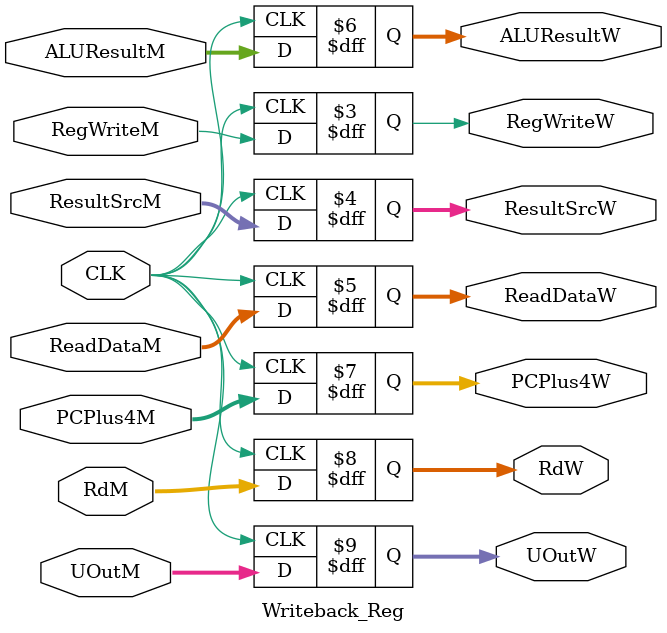
<source format=v>
`default_nettype none

module Writeback_Reg (
    //input
    input CLK,              //clock

    //control part
    input RegWriteM,
    input [1:0] ResultSrcM,

    //instruction or Pc inputs
    input [31:0] PCPlus4M,
    input [4:0] RdM,
    input [31:0] UOutM,

    //ALU and memory data
    input [31:0] ReadDataM,
    input [31:0] ALUResultM,


    //Control part output
    output reg RegWriteW,
    output reg [1:0] ResultSrcW,

    //ALU and register data output
    output reg [31:0] ReadDataW,       //read data 1
    output reg [31:0] ALUResultW,       //read data 2

    //instruction or Pc inputs
    output reg [31:0] PCPlus4W,
    output reg [4:0] RdW,
    output reg [31:0] UOutW

);

initial begin
        RegWriteW = 0;
        ResultSrcW = 0;
        ALUResultW = 0;
        ReadDataW = 0;
        UOutW = 0;

        RdW = 0;
        PCPlus4W = 0;
end

always @(posedge CLK) begin
    
    RegWriteW <= RegWriteM;
    ResultSrcW <= ResultSrcM;
    ALUResultW <= ALUResultM;
    ReadDataW <= ReadDataM;
    UOutW <= UOutM;

    RdW <= RdM;
    PCPlus4W <= PCPlus4M;

end

endmodule

</source>
